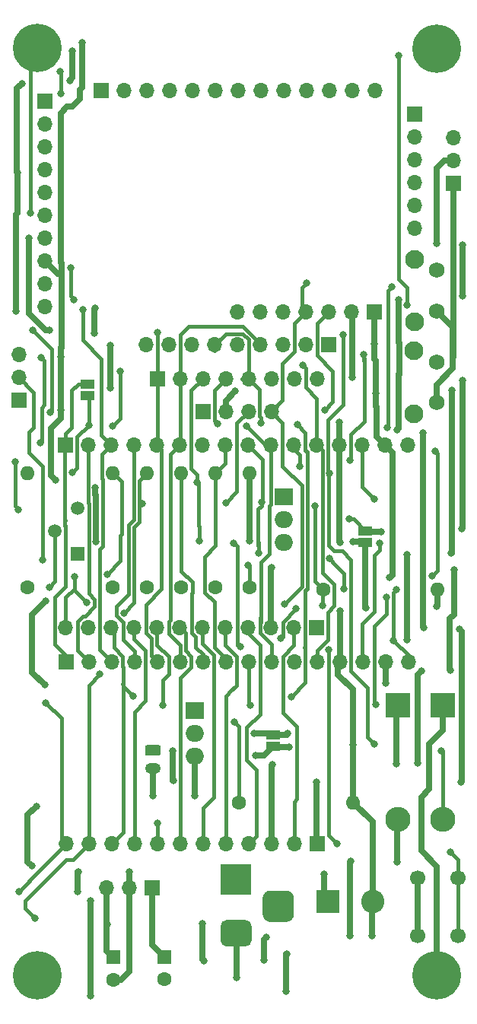
<source format=gbr>
%TF.GenerationSoftware,KiCad,Pcbnew,5.1.6-c6e7f7d~87~ubuntu18.04.1*%
%TF.CreationDate,2021-12-28T13:40:06-05:00*%
%TF.ProjectId,remote,72656d6f-7465-42e6-9b69-6361645f7063,rev?*%
%TF.SameCoordinates,Original*%
%TF.FileFunction,Copper,L2,Bot*%
%TF.FilePolarity,Positive*%
%FSLAX46Y46*%
G04 Gerber Fmt 4.6, Leading zero omitted, Abs format (unit mm)*
G04 Created by KiCad (PCBNEW 5.1.6-c6e7f7d~87~ubuntu18.04.1) date 2021-12-28 13:40:06*
%MOMM*%
%LPD*%
G01*
G04 APERTURE LIST*
%TA.AperFunction,ComponentPad*%
%ADD10R,1.700000X1.700000*%
%TD*%
%TA.AperFunction,ComponentPad*%
%ADD11O,1.700000X1.700000*%
%TD*%
%TA.AperFunction,ComponentPad*%
%ADD12R,1.500000X1.500000*%
%TD*%
%TA.AperFunction,ComponentPad*%
%ADD13C,1.500000*%
%TD*%
%TA.AperFunction,ComponentPad*%
%ADD14C,1.600000*%
%TD*%
%TA.AperFunction,ComponentPad*%
%ADD15O,1.600000X1.600000*%
%TD*%
%TA.AperFunction,ComponentPad*%
%ADD16R,2.800000X2.800000*%
%TD*%
%TA.AperFunction,ComponentPad*%
%ADD17O,2.800000X2.800000*%
%TD*%
%TA.AperFunction,ComponentPad*%
%ADD18O,2.000000X1.905000*%
%TD*%
%TA.AperFunction,ComponentPad*%
%ADD19R,2.000000X1.905000*%
%TD*%
%TA.AperFunction,SMDPad,CuDef*%
%ADD20R,1.500000X1.000000*%
%TD*%
%TA.AperFunction,ComponentPad*%
%ADD21C,1.700000*%
%TD*%
%TA.AperFunction,ComponentPad*%
%ADD22C,5.400000*%
%TD*%
%TA.AperFunction,ComponentPad*%
%ADD23C,2.100000*%
%TD*%
%TA.AperFunction,ComponentPad*%
%ADD24C,1.750000*%
%TD*%
%TA.AperFunction,ComponentPad*%
%ADD25O,1.750000X1.200000*%
%TD*%
%TA.AperFunction,ComponentPad*%
%ADD26R,1.600000X1.600000*%
%TD*%
%TA.AperFunction,ComponentPad*%
%ADD27R,3.500000X3.500000*%
%TD*%
%TA.AperFunction,ComponentPad*%
%ADD28R,2.600000X2.600000*%
%TD*%
%TA.AperFunction,ComponentPad*%
%ADD29C,2.600000*%
%TD*%
%TA.AperFunction,ViaPad*%
%ADD30C,0.800000*%
%TD*%
%TA.AperFunction,Conductor*%
%ADD31C,0.700000*%
%TD*%
%TA.AperFunction,Conductor*%
%ADD32C,0.400000*%
%TD*%
G04 APERTURE END LIST*
D10*
%TO.P,J14,1*%
%TO.N,MOSI*%
X17130000Y-39020000D03*
D11*
%TO.P,J14,2*%
%TO.N,SCK*%
X19670000Y-39020000D03*
%TO.P,J14,3*%
%TO.N,A1*%
X22210000Y-39020000D03*
%TO.P,J14,4*%
%TO.N,A2*%
X24750000Y-39020000D03*
%TO.P,J14,5*%
%TO.N,D5*%
X27290000Y-39020000D03*
%TO.P,J14,6*%
%TO.N,N/C*%
X29830000Y-39020000D03*
%TO.P,J14,7*%
%TO.N,+3V3*%
X32370000Y-39020000D03*
%TO.P,J14,8*%
%TO.N,POWER_2*%
X34910000Y-39020000D03*
%TD*%
%TO.P,J3,16*%
%TO.N,~RESET*%
X45063000Y-70523000D03*
%TO.P,J3,15*%
%TO.N,+3V3*%
X42523000Y-70523000D03*
%TO.P,J3,14*%
%TO.N,AREF*%
X39983000Y-70523000D03*
%TO.P,J3,13*%
%TO.N,GND*%
X37443000Y-70523000D03*
%TO.P,J3,12*%
%TO.N,A0*%
X34903000Y-70523000D03*
%TO.P,J3,11*%
%TO.N,A1*%
X32363000Y-70523000D03*
%TO.P,J3,10*%
%TO.N,A2*%
X29823000Y-70523000D03*
%TO.P,J3,9*%
%TO.N,A3*%
X27283000Y-70523000D03*
%TO.P,J3,8*%
%TO.N,A4*%
X24743000Y-70523000D03*
%TO.P,J3,7*%
%TO.N,A5*%
X22203000Y-70523000D03*
%TO.P,J3,6*%
%TO.N,SCK*%
X19663000Y-70523000D03*
%TO.P,J3,5*%
%TO.N,MOSI*%
X17123000Y-70523000D03*
%TO.P,J3,4*%
%TO.N,MISO*%
X14583000Y-70523000D03*
%TO.P,J3,3*%
%TO.N,RX_D0*%
X12043000Y-70523000D03*
%TO.P,J3,2*%
%TO.N,TX_D1*%
X9503000Y-70523000D03*
D10*
%TO.P,J3,1*%
%TO.N,DW*%
X6963000Y-70523000D03*
%TD*%
D12*
%TO.P,Q3,1*%
%TO.N,GND*%
X8280000Y-58520000D03*
D13*
%TO.P,Q3,3*%
%TO.N,Net-(D2-Pad2)*%
X8280000Y-53440000D03*
%TO.P,Q3,2*%
%TO.N,Net-(Q3-Pad2)*%
X5740000Y-55980000D03*
%TD*%
D14*
%TO.P,R8,1*%
%TO.N,Net-(Q3-Pad2)*%
X2650000Y-62240000D03*
D15*
%TO.P,R8,2*%
%TO.N,A0*%
X2650000Y-49540000D03*
%TD*%
D16*
%TO.P,D2,1*%
%TO.N,+3V3*%
X48940000Y-75350000D03*
D17*
%TO.P,D2,2*%
%TO.N,Net-(D2-Pad2)*%
X48940000Y-88050000D03*
%TD*%
D18*
%TO.P,Q2,3*%
%TO.N,GND*%
X31250000Y-57210000D03*
%TO.P,Q2,2*%
%TO.N,POWER_2*%
X31250000Y-54670000D03*
D19*
%TO.P,Q2,1*%
%TO.N,D6*%
X31250000Y-52130000D03*
%TD*%
D18*
%TO.P,Q1,3*%
%TO.N,GND*%
X21300000Y-81030000D03*
%TO.P,Q1,2*%
%TO.N,POWER_1*%
X21300000Y-78490000D03*
D19*
%TO.P,Q1,1*%
%TO.N,D9*%
X21300000Y-75950000D03*
%TD*%
D20*
%TO.P,JP1,1*%
%TO.N,GND*%
X30060000Y-79940000D03*
%TO.P,JP1,2*%
%TO.N,POWER_1*%
X30060000Y-78640000D03*
%TD*%
%TO.P,JP3,1*%
%TO.N,A0*%
X9350000Y-40900000D03*
%TO.P,JP3,2*%
%TO.N,DW*%
X9350000Y-39600000D03*
%TD*%
%TO.P,JP2,1*%
%TO.N,GND*%
X40310000Y-57250000D03*
%TO.P,JP2,2*%
%TO.N,POWER_2*%
X40310000Y-55950000D03*
%TD*%
D11*
%TO.P,J18,6*%
%TO.N,N/C*%
X45760000Y-22310000D03*
%TO.P,J18,5*%
X45760000Y-19770000D03*
%TO.P,J18,4*%
X45760000Y-17230000D03*
%TO.P,J18,3*%
X45760000Y-14690000D03*
%TO.P,J18,2*%
X45760000Y-12150000D03*
D10*
%TO.P,J18,1*%
X45760000Y-9610000D03*
%TD*%
D15*
%TO.P,R7,2*%
%TO.N,GND*%
X48330000Y-62510000D03*
D14*
%TO.P,R7,1*%
%TO.N,D6*%
X35630000Y-62510000D03*
%TD*%
%TO.P,R6,1*%
%TO.N,D9*%
X26260000Y-86200000D03*
D15*
%TO.P,R6,2*%
%TO.N,GND*%
X38960000Y-86200000D03*
%TD*%
D10*
%TO.P,J15,1*%
%TO.N,+3V3*%
X36210000Y-35280000D03*
D11*
%TO.P,J15,2*%
%TO.N,N/C*%
X33670000Y-35280000D03*
%TO.P,J15,3*%
%TO.N,GND*%
X31130000Y-35280000D03*
%TO.P,J15,4*%
%TO.N,SCK*%
X28590000Y-35280000D03*
%TO.P,J15,5*%
%TO.N,MOSI*%
X26050000Y-35280000D03*
%TO.P,J15,6*%
%TO.N,D5*%
X23510000Y-35280000D03*
%TO.P,J15,7*%
%TO.N,N/C*%
X20970000Y-35280000D03*
%TO.P,J15,8*%
X18430000Y-35280000D03*
%TO.P,J15,9*%
X15890000Y-35280000D03*
%TD*%
D10*
%TO.P,J11,1*%
%TO.N,N/C*%
X4640000Y-8170000D03*
D11*
%TO.P,J11,2*%
X4640000Y-10710000D03*
%TO.P,J11,3*%
X4640000Y-13250000D03*
%TO.P,J11,4*%
%TO.N,+3V3*%
X4640000Y-15790000D03*
%TO.P,J11,5*%
%TO.N,SDA*%
X4640000Y-18330000D03*
%TO.P,J11,6*%
%TO.N,SCL*%
X4640000Y-20870000D03*
%TO.P,J11,7*%
%TO.N,POWER_1*%
X4640000Y-23410000D03*
%TO.P,J11,8*%
%TO.N,GND*%
X4640000Y-25950000D03*
%TO.P,J11,9*%
%TO.N,RX_D0*%
X4640000Y-28490000D03*
%TO.P,J11,10*%
%TO.N,TX_D1*%
X4640000Y-31030000D03*
%TD*%
%TO.P,J6,13*%
%TO.N,N/C*%
X41340000Y-6960000D03*
%TO.P,J6,12*%
X38800000Y-6960000D03*
%TO.P,J6,11*%
X36260000Y-6960000D03*
%TO.P,J6,10*%
X33720000Y-6960000D03*
%TO.P,J6,9*%
X31180000Y-6960000D03*
%TO.P,J6,8*%
X28640000Y-6960000D03*
%TO.P,J6,7*%
X26100000Y-6960000D03*
%TO.P,J6,6*%
X23560000Y-6960000D03*
%TO.P,J6,5*%
X21020000Y-6960000D03*
%TO.P,J6,4*%
X18480000Y-6960000D03*
%TO.P,J6,3*%
X15940000Y-6960000D03*
%TO.P,J6,2*%
X13400000Y-6960000D03*
D10*
%TO.P,J6,1*%
X10860000Y-6960000D03*
%TD*%
D11*
%TO.P,J2,12*%
%TO.N,SDA*%
X6973000Y-90807000D03*
%TO.P,J2,11*%
%TO.N,SCL*%
X9513000Y-90807000D03*
%TO.P,J2,10*%
%TO.N,D5*%
X12053000Y-90807000D03*
%TO.P,J2,9*%
%TO.N,D6*%
X14593000Y-90807000D03*
%TO.P,J2,8*%
%TO.N,D9*%
X17133000Y-90807000D03*
%TO.P,J2,7*%
%TO.N,D10*%
X19673000Y-90807000D03*
%TO.P,J2,6*%
%TO.N,D11*%
X22213000Y-90807000D03*
%TO.P,J2,5*%
%TO.N,D12*%
X24753000Y-90807000D03*
%TO.P,J2,4*%
%TO.N,D13*%
X27293000Y-90807000D03*
%TO.P,J2,3*%
%TO.N,VBUS*%
X29833000Y-90807000D03*
%TO.P,J2,2*%
%TO.N,EN*%
X32373000Y-90807000D03*
D10*
%TO.P,J2,1*%
%TO.N,VBAT*%
X34913000Y-90807000D03*
%TD*%
D21*
%TO.P,SW4,1*%
%TO.N,~RESET*%
X50640000Y-94560000D03*
%TO.P,SW4,2*%
X50640000Y-101060000D03*
%TO.P,SW4,3*%
%TO.N,GND*%
X46140000Y-94560000D03*
%TO.P,SW4,4*%
X46140000Y-101060000D03*
%TD*%
D22*
%TO.P,H6,1*%
%TO.N,SCL*%
X3750000Y-2250000D03*
%TD*%
D15*
%TO.P,R5,2*%
%TO.N,GND*%
X27437000Y-49539000D03*
D14*
%TO.P,R5,1*%
%TO.N,Net-(J19-Pad2)*%
X27437000Y-62239000D03*
%TD*%
D10*
%TO.P,J19,1*%
%TO.N,N/C*%
X1750000Y-41450000D03*
D11*
%TO.P,J19,2*%
%TO.N,Net-(J19-Pad2)*%
X1750000Y-38910000D03*
%TO.P,J19,3*%
%TO.N,A3*%
X1750000Y-36370000D03*
%TD*%
D22*
%TO.P,H5,1*%
%TO.N,SDA*%
X48250000Y-2270000D03*
%TD*%
D11*
%TO.P,J9,12*%
%TO.N,SDA*%
X6943000Y-66695000D03*
%TO.P,J9,11*%
%TO.N,SCL*%
X9483000Y-66695000D03*
%TO.P,J9,10*%
%TO.N,D5*%
X12023000Y-66695000D03*
%TO.P,J9,9*%
%TO.N,D6*%
X14563000Y-66695000D03*
%TO.P,J9,8*%
%TO.N,D9*%
X17103000Y-66695000D03*
%TO.P,J9,7*%
%TO.N,D10*%
X19643000Y-66695000D03*
%TO.P,J9,6*%
%TO.N,D11*%
X22183000Y-66695000D03*
%TO.P,J9,5*%
%TO.N,D12*%
X24723000Y-66695000D03*
%TO.P,J9,4*%
%TO.N,D13*%
X27263000Y-66695000D03*
%TO.P,J9,3*%
%TO.N,VBUS*%
X29803000Y-66695000D03*
%TO.P,J9,2*%
%TO.N,EN*%
X32343000Y-66695000D03*
D10*
%TO.P,J9,1*%
%TO.N,VBAT*%
X34883000Y-66695000D03*
%TD*%
%TO.P,J16,1*%
%TO.N,GND*%
X22200000Y-42720000D03*
D11*
%TO.P,J16,2*%
%TO.N,+3V3*%
X24740000Y-42720000D03*
%TO.P,J16,3*%
%TO.N,SCL*%
X27280000Y-42720000D03*
%TO.P,J16,4*%
%TO.N,SDA*%
X29820000Y-42720000D03*
%TD*%
%TO.P,J17,7*%
%TO.N,N/C*%
X26033000Y-31611000D03*
%TO.P,J17,6*%
X28573000Y-31611000D03*
%TO.P,J17,5*%
X31113000Y-31611000D03*
%TO.P,J17,4*%
%TO.N,SDA*%
X33653000Y-31611000D03*
%TO.P,J17,3*%
%TO.N,SCL*%
X36193000Y-31611000D03*
%TO.P,J17,2*%
%TO.N,POWER_1*%
X38733000Y-31611000D03*
D10*
%TO.P,J17,1*%
%TO.N,+3V3*%
X41273000Y-31611000D03*
%TD*%
D22*
%TO.P,H2,1*%
%TO.N,+3V3*%
X48250000Y-105410000D03*
%TD*%
%TO.P,H1,1*%
%TO.N,GND*%
X3790000Y-105410000D03*
%TD*%
D10*
%TO.P,J5,1*%
%TO.N,GND*%
X50120000Y-17290000D03*
D11*
%TO.P,J5,2*%
%TO.N,VBAT*%
X50120000Y-14750000D03*
%TO.P,J5,3*%
%TO.N,N/C*%
X50120000Y-12210000D03*
%TD*%
D23*
%TO.P,SW2,*%
%TO.N,*%
X45720000Y-35900000D03*
D24*
%TO.P,SW2,1*%
%TO.N,A5*%
X48210000Y-37150000D03*
%TO.P,SW2,2*%
%TO.N,GND*%
X48210000Y-41650000D03*
D23*
%TO.P,SW2,*%
%TO.N,*%
X45720000Y-42910000D03*
%TD*%
%TO.P,SW1,*%
%TO.N,*%
X45760000Y-32740000D03*
D24*
%TO.P,SW1,2*%
%TO.N,GND*%
X48250000Y-31480000D03*
%TO.P,SW1,1*%
%TO.N,A4*%
X48250000Y-26980000D03*
D23*
%TO.P,SW1,*%
%TO.N,*%
X45760000Y-25730000D03*
%TD*%
%TO.P,J1,1*%
%TO.N,VBAT*%
%TA.AperFunction,ComponentPad*%
G36*
G01*
X16024999Y-79800000D02*
X17275001Y-79800000D01*
G75*
G02*
X17525000Y-80049999I0J-249999D01*
G01*
X17525000Y-80750001D01*
G75*
G02*
X17275001Y-81000000I-249999J0D01*
G01*
X16024999Y-81000000D01*
G75*
G02*
X15775000Y-80750001I0J249999D01*
G01*
X15775000Y-80049999D01*
G75*
G02*
X16024999Y-79800000I249999J0D01*
G01*
G37*
%TD.AperFunction*%
D25*
%TO.P,J1,2*%
%TO.N,GND*%
X16650000Y-82400000D03*
%TD*%
D11*
%TO.P,J10,16*%
%TO.N,~RESET*%
X45033000Y-46411000D03*
%TO.P,J10,15*%
%TO.N,+3V3*%
X42493000Y-46411000D03*
%TO.P,J10,14*%
%TO.N,AREF*%
X39953000Y-46411000D03*
%TO.P,J10,13*%
%TO.N,GND*%
X37413000Y-46411000D03*
%TO.P,J10,12*%
%TO.N,A0*%
X34873000Y-46411000D03*
%TO.P,J10,11*%
%TO.N,A1*%
X32333000Y-46411000D03*
%TO.P,J10,10*%
%TO.N,A2*%
X29793000Y-46411000D03*
%TO.P,J10,9*%
%TO.N,A3*%
X27253000Y-46411000D03*
%TO.P,J10,8*%
%TO.N,A4*%
X24713000Y-46411000D03*
%TO.P,J10,7*%
%TO.N,A5*%
X22173000Y-46411000D03*
%TO.P,J10,6*%
%TO.N,SCK*%
X19633000Y-46411000D03*
%TO.P,J10,5*%
%TO.N,MOSI*%
X17093000Y-46411000D03*
%TO.P,J10,4*%
%TO.N,MISO*%
X14553000Y-46411000D03*
%TO.P,J10,3*%
%TO.N,RX_D0*%
X12013000Y-46411000D03*
%TO.P,J10,2*%
%TO.N,TX_D1*%
X9473000Y-46411000D03*
D10*
%TO.P,J10,1*%
%TO.N,DW*%
X6933000Y-46411000D03*
%TD*%
D17*
%TO.P,D1,2*%
%TO.N,VOUT_DCDC*%
X43940000Y-88050000D03*
D16*
%TO.P,D1,1*%
%TO.N,VBUS*%
X43940000Y-75350000D03*
%TD*%
D26*
%TO.P,C2,1*%
%TO.N,VOUT_DCDC*%
X12210000Y-103420000D03*
D14*
%TO.P,C2,2*%
%TO.N,GND*%
X12210000Y-105920000D03*
%TD*%
%TO.P,C1,2*%
%TO.N,GND*%
X17960000Y-105880000D03*
D26*
%TO.P,C1,1*%
%TO.N,VIN_DCDC*%
X17960000Y-103380000D03*
%TD*%
D10*
%TO.P,J4,1*%
%TO.N,VIN_DCDC*%
X16597000Y-95659000D03*
D11*
%TO.P,J4,2*%
%TO.N,GND*%
X14057000Y-95659000D03*
%TO.P,J4,3*%
%TO.N,VOUT_DCDC*%
X11517000Y-95659000D03*
%TD*%
D15*
%TO.P,R4,2*%
%TO.N,A4*%
X23627000Y-49539000D03*
D14*
%TO.P,R4,1*%
%TO.N,+3V3*%
X23627000Y-62239000D03*
%TD*%
D27*
%TO.P,J7,1*%
%TO.N,VIN_DCDC*%
X25908000Y-94742000D03*
%TO.P,J7,2*%
%TO.N,GND*%
%TA.AperFunction,ComponentPad*%
G36*
G01*
X26908000Y-102242000D02*
X24908000Y-102242000D01*
G75*
G02*
X24158000Y-101492000I0J750000D01*
G01*
X24158000Y-99992000D01*
G75*
G02*
X24908000Y-99242000I750000J0D01*
G01*
X26908000Y-99242000D01*
G75*
G02*
X27658000Y-99992000I0J-750000D01*
G01*
X27658000Y-101492000D01*
G75*
G02*
X26908000Y-102242000I-750000J0D01*
G01*
G37*
%TD.AperFunction*%
%TO.P,J7,3*%
%TO.N,N/C*%
%TA.AperFunction,ComponentPad*%
G36*
G01*
X31483000Y-99492000D02*
X29733000Y-99492000D01*
G75*
G02*
X28858000Y-98617000I0J875000D01*
G01*
X28858000Y-96867000D01*
G75*
G02*
X29733000Y-95992000I875000J0D01*
G01*
X31483000Y-95992000D01*
G75*
G02*
X32358000Y-96867000I0J-875000D01*
G01*
X32358000Y-98617000D01*
G75*
G02*
X31483000Y-99492000I-875000J0D01*
G01*
G37*
%TD.AperFunction*%
%TD*%
D28*
%TO.P,J8,1*%
%TO.N,VIN_DCDC*%
X36090000Y-97250000D03*
D29*
%TO.P,J8,2*%
%TO.N,GND*%
X41090000Y-97250000D03*
%TD*%
D14*
%TO.P,R2,1*%
%TO.N,+3V3*%
X16007000Y-62239000D03*
D15*
%TO.P,R2,2*%
%TO.N,SCL*%
X16007000Y-49539000D03*
%TD*%
D14*
%TO.P,R1,1*%
%TO.N,+3V3*%
X12197000Y-62239000D03*
D15*
%TO.P,R1,2*%
%TO.N,SDA*%
X12197000Y-49539000D03*
%TD*%
D14*
%TO.P,R3,1*%
%TO.N,+3V3*%
X19817000Y-62239000D03*
D15*
%TO.P,R3,2*%
%TO.N,A5*%
X19817000Y-49539000D03*
%TD*%
D30*
%TO.N,+3V3*%
X9710000Y-97170000D03*
X9730000Y-107730000D03*
X31480000Y-107210000D03*
X31520000Y-103020000D03*
X42520000Y-72910000D03*
X11925000Y-35325000D03*
X7700000Y-2575000D03*
X7400000Y-5825000D03*
X2075000Y-6175000D03*
X1600000Y-16075000D03*
X1425000Y-31475000D03*
X4675000Y-63775000D03*
X4600000Y-73125000D03*
X43025000Y-61175000D03*
X41273000Y-35173000D03*
X11925000Y-40025000D03*
X25829999Y-40420001D03*
X41450000Y-40625000D03*
%TO.N,GND*%
X25950000Y-105680000D03*
X41050000Y-101030000D03*
X8310000Y-96100000D03*
X8330000Y-93930000D03*
X14030000Y-93910000D03*
X16680000Y-85470000D03*
X21280000Y-85470000D03*
X28090000Y-81000000D03*
X38900000Y-79750000D03*
X31850000Y-80050000D03*
X40325000Y-64525000D03*
X37450000Y-64875000D03*
X48275000Y-64375000D03*
X37485000Y-57210000D03*
X38925000Y-57200000D03*
X27400000Y-57100000D03*
X6425000Y-42500000D03*
X8750000Y-1584990D03*
X3700000Y-86600000D03*
X3175000Y-93275000D03*
X10300000Y-57125000D03*
X5825000Y-50300000D03*
X10225000Y-51125000D03*
X6425000Y-36600000D03*
X37400000Y-43875000D03*
%TO.N,SDA*%
X7475000Y-26675000D03*
X7850000Y-30225000D03*
X6325000Y-4850000D03*
X6425000Y-7300000D03*
X33775000Y-28375000D03*
X1750000Y-96075000D03*
X31275000Y-64100000D03*
X11550000Y-60775000D03*
X7900000Y-61075000D03*
X9300000Y-63950000D03*
X4750000Y-75075000D03*
%TO.N,SCL*%
X3000000Y-20600000D03*
X3525000Y-99075000D03*
X24750000Y-52850000D03*
X13450000Y-65100000D03*
X15475000Y-52950000D03*
X10750000Y-71900000D03*
X35800000Y-42500000D03*
%TO.N,VIN_DCDC*%
X35720000Y-94150000D03*
X36090000Y-97250000D03*
%TO.N,VOUT_DCDC*%
X29270000Y-101210000D03*
X43820000Y-92820000D03*
X38620000Y-100990000D03*
X11540000Y-99740000D03*
X22290000Y-103800000D03*
X29050000Y-103750000D03*
X38680000Y-92710000D03*
X22180000Y-99640000D03*
%TO.N,TX_D1*%
X3278248Y-33596752D03*
X5250000Y-42775000D03*
%TO.N,RX_D0*%
X8825000Y-31375000D03*
%TO.N,MOSI*%
X17150000Y-33900000D03*
%TO.N,A5*%
X38575000Y-48125000D03*
X40075000Y-36300000D03*
%TO.N,A4*%
X43250000Y-28825000D03*
X42750000Y-44425000D03*
%TO.N,A3*%
X28775000Y-52800000D03*
X1700000Y-53625000D03*
X1300001Y-48300001D03*
X4150000Y-46200000D03*
X4225000Y-36675000D03*
X27450000Y-75350000D03*
X41450000Y-75300000D03*
X42625000Y-63325000D03*
X37893001Y-62425000D03*
X36325000Y-59050000D03*
X28425000Y-58475000D03*
%TO.N,A2*%
X27075000Y-44300000D03*
X23837500Y-44062500D03*
%TO.N,A1*%
X33025010Y-48800000D03*
X21525000Y-50525000D03*
X25650000Y-57350000D03*
X21775000Y-57075000D03*
X26350000Y-68875000D03*
%TO.N,A0*%
X7650000Y-49500000D03*
X9500000Y-44225000D03*
X12175000Y-44300000D03*
X33350000Y-37550000D03*
X13000000Y-38175000D03*
%TO.N,AREF*%
X41325000Y-52450000D03*
X41925000Y-57325000D03*
%TO.N,~RESET*%
X49725000Y-91675000D03*
X37125000Y-90750000D03*
X36200000Y-69200000D03*
X43425000Y-68150000D03*
X43725000Y-62500000D03*
X47725000Y-60975000D03*
X48075000Y-47050000D03*
%TO.N,VBAT*%
X18890000Y-80420000D03*
X18930000Y-83750000D03*
X34850000Y-83890000D03*
X50775000Y-66900000D03*
X50950000Y-83925000D03*
X43800000Y-44725000D03*
X46675000Y-45100000D03*
X46820000Y-66695000D03*
X48250000Y-23950000D03*
X51070000Y-24150000D03*
X51070000Y-29800000D03*
X43975000Y-30225000D03*
%TO.N,VBUS*%
X29930000Y-81950000D03*
X43770000Y-81900000D03*
X29850000Y-60025000D03*
X50175000Y-60300000D03*
X49725000Y-71450000D03*
X46575000Y-71575000D03*
X46150000Y-81800000D03*
%TO.N,D9*%
X17750000Y-75375000D03*
X25750000Y-77200000D03*
X17200000Y-88475000D03*
%TO.N,D5*%
X14450000Y-74375000D03*
X32025000Y-74425000D03*
X32725000Y-44125000D03*
X28675000Y-43925000D03*
%TO.N,D6*%
X34700000Y-53175000D03*
X32575000Y-64650000D03*
X35500000Y-64275000D03*
X30900000Y-67950000D03*
%TO.N,POWER_1*%
X27900000Y-78475000D03*
X38825000Y-38875000D03*
X31675000Y-78525000D03*
X2825000Y-23425000D03*
X10150000Y-33950000D03*
X10250000Y-31175000D03*
X5175000Y-33650000D03*
X49900000Y-40325000D03*
X49825000Y-58475000D03*
X44900000Y-58575000D03*
X44950000Y-68075000D03*
%TO.N,POWER_2*%
X42025000Y-56075000D03*
X51075000Y-39250000D03*
X51000000Y-55700000D03*
X38525000Y-54650000D03*
%TO.N,Net-(J19-Pad2)*%
X27275000Y-59800000D03*
X4400000Y-59225000D03*
%TO.N,Net-(D2-Pad2)*%
X43975000Y-3100000D03*
X44950000Y-30875000D03*
X48750000Y-80450000D03*
X41325000Y-79725000D03*
X36300001Y-49575000D03*
X37850000Y-34100000D03*
%TO.N,Net-(Q3-Pad2)*%
X5125000Y-62225000D03*
%TD*%
D31*
%TO.N,*%
X20850000Y-35160000D02*
X20970000Y-35280000D01*
%TO.N,+3V3*%
X9710000Y-97170000D02*
X9710000Y-107750000D01*
X9710000Y-107750000D02*
X9730000Y-107730000D01*
X31480000Y-107210000D02*
X31480000Y-103060000D01*
X31480000Y-103060000D02*
X31520000Y-103020000D01*
X42523000Y-70523000D02*
X42523000Y-72907000D01*
X42523000Y-72907000D02*
X42520000Y-72910000D01*
X7700000Y-2575000D02*
X7700000Y-5525000D01*
X7700000Y-5525000D02*
X7400000Y-5825000D01*
X2075000Y-6175000D02*
X1525000Y-6725000D01*
X1525000Y-6725000D02*
X1525000Y-16000000D01*
X1525000Y-16000000D02*
X1600000Y-16075000D01*
X1600000Y-20606002D02*
X1425000Y-20781002D01*
X1600000Y-16075000D02*
X1600000Y-20606002D01*
X1425000Y-20781002D02*
X1425000Y-31475000D01*
X42493000Y-46018000D02*
X42493000Y-46411000D01*
X42493000Y-46411000D02*
X41550000Y-45468000D01*
X41550000Y-45468000D02*
X41550000Y-42175000D01*
X48940000Y-75350000D02*
X48940000Y-78160000D01*
X48940000Y-78160000D02*
X47425000Y-79675000D01*
X47425000Y-79675000D02*
X47425000Y-84700000D01*
X47425000Y-84700000D02*
X46525000Y-85600000D01*
X46525000Y-85600000D02*
X46525000Y-91575000D01*
X48250000Y-93300000D02*
X48250000Y-105410000D01*
X46525000Y-91575000D02*
X48250000Y-93300000D01*
X4675000Y-63775000D02*
X3175000Y-65275000D01*
X3175000Y-65275000D02*
X3175000Y-71700000D01*
X3175000Y-71700000D02*
X4600000Y-73125000D01*
X42493000Y-46182000D02*
X42493000Y-46411000D01*
X43342999Y-60857001D02*
X43025000Y-61175000D01*
X43342999Y-47260999D02*
X43342999Y-60857001D01*
X42493000Y-46411000D02*
X43342999Y-47260999D01*
X41273000Y-36823000D02*
X41450000Y-37000000D01*
X41273000Y-31611000D02*
X41273000Y-35173000D01*
X41273000Y-35173000D02*
X41273000Y-36823000D01*
X11925000Y-35325000D02*
X11925000Y-40025000D01*
X24740000Y-41510000D02*
X25829999Y-40420001D01*
X24740000Y-42720000D02*
X24740000Y-41510000D01*
X41450000Y-42075000D02*
X41450000Y-40625000D01*
X41450000Y-40625000D02*
X41450000Y-37000000D01*
%TO.N,GND*%
X25950000Y-100784000D02*
X25908000Y-100742000D01*
X25950000Y-105680000D02*
X25950000Y-100784000D01*
X41050000Y-97290000D02*
X41090000Y-97250000D01*
X41050000Y-101030000D02*
X41050000Y-97290000D01*
X46140000Y-101060000D02*
X46140000Y-94560000D01*
X14057000Y-95659000D02*
X14057000Y-104993000D01*
X13130000Y-105920000D02*
X12210000Y-105920000D01*
X14057000Y-104993000D02*
X13130000Y-105920000D01*
X8310000Y-96100000D02*
X8310000Y-93950000D01*
X8310000Y-93950000D02*
X8330000Y-93930000D01*
X14030000Y-95632000D02*
X14057000Y-95659000D01*
X14030000Y-93910000D02*
X14030000Y-95632000D01*
X16650000Y-82400000D02*
X16650000Y-85440000D01*
X16650000Y-85440000D02*
X16680000Y-85470000D01*
X21280000Y-81050000D02*
X21300000Y-81030000D01*
X21280000Y-85470000D02*
X21280000Y-81050000D01*
X29000000Y-81000000D02*
X30060000Y-79940000D01*
X28090000Y-81000000D02*
X29000000Y-81000000D01*
X41090000Y-88330000D02*
X38960000Y-86200000D01*
X41090000Y-97250000D02*
X41090000Y-88330000D01*
X38960000Y-86200000D02*
X38960000Y-79810000D01*
X38960000Y-79810000D02*
X38900000Y-79750000D01*
X30170000Y-80050000D02*
X30060000Y-79940000D01*
X31850000Y-80050000D02*
X30170000Y-80050000D01*
X38900000Y-79750000D02*
X38900000Y-73600000D01*
X38900000Y-73600000D02*
X37250000Y-71950000D01*
X37250000Y-70716000D02*
X37443000Y-70523000D01*
X37250000Y-71950000D02*
X37250000Y-70716000D01*
X40310000Y-64510000D02*
X40325000Y-64525000D01*
X37450000Y-70516000D02*
X37443000Y-70523000D01*
X37450000Y-64875000D02*
X37450000Y-70516000D01*
X40310000Y-57250000D02*
X40310000Y-64510000D01*
X48330000Y-62510000D02*
X48330000Y-64320000D01*
X48330000Y-64320000D02*
X48275000Y-64375000D01*
X40285000Y-57225000D02*
X40310000Y-57250000D01*
X37413000Y-57138000D02*
X37485000Y-57210000D01*
X37413000Y-46411000D02*
X37413000Y-57138000D01*
X40260000Y-57200000D02*
X40310000Y-57250000D01*
X38925000Y-57200000D02*
X40260000Y-57200000D01*
X27400000Y-49576000D02*
X27437000Y-49539000D01*
X27400000Y-57100000D02*
X27400000Y-49576000D01*
X37250000Y-46248000D02*
X37413000Y-46411000D01*
X48250000Y-31480000D02*
X50050000Y-33280000D01*
X6425000Y-42500000D02*
X6425000Y-38200000D01*
X6425000Y-35600000D02*
X6475000Y-35550000D01*
X6475000Y-35550000D02*
X6475000Y-32600000D01*
X50120000Y-36580000D02*
X50050000Y-36650000D01*
X50120000Y-17290000D02*
X50120000Y-36580000D01*
X50050000Y-33280000D02*
X50050000Y-36650000D01*
X6475000Y-26175000D02*
X6500000Y-26150000D01*
X50050000Y-36650000D02*
X50050000Y-37875000D01*
X48210000Y-39715000D02*
X48210000Y-41650000D01*
X50050000Y-37875000D02*
X48210000Y-39715000D01*
X8750000Y-1584990D02*
X8750000Y-6625000D01*
X8750000Y-6625000D02*
X8525000Y-6850000D01*
X8525000Y-6850000D02*
X8525000Y-7025000D01*
X6425000Y-26075000D02*
X6500000Y-26150000D01*
X4640000Y-25950000D02*
X6065000Y-27375000D01*
X6475000Y-32600000D02*
X6475000Y-27375000D01*
X6065000Y-27375000D02*
X6475000Y-27375000D01*
X6475000Y-27375000D02*
X6475000Y-26175000D01*
X8525000Y-6850000D02*
X8525000Y-7925000D01*
X8525000Y-7925000D02*
X7675000Y-8775000D01*
X7675000Y-8775000D02*
X7125000Y-8775000D01*
X7125000Y-8775000D02*
X6425000Y-9475000D01*
X6425000Y-26125000D02*
X6475000Y-26175000D01*
X6425000Y-9475000D02*
X6425000Y-26125000D01*
X3175000Y-93275000D02*
X2700000Y-92800000D01*
X2700000Y-87600000D02*
X3700000Y-86600000D01*
X2700000Y-92800000D02*
X2700000Y-87600000D01*
X6425000Y-42500000D02*
X6425000Y-43450000D01*
X6425000Y-43450000D02*
X5300000Y-44575000D01*
X10300000Y-57125000D02*
X10300000Y-52025000D01*
X5300000Y-44575000D02*
X5300000Y-49775000D01*
X5300000Y-49775000D02*
X5825000Y-50300000D01*
X10225000Y-51950000D02*
X10300000Y-52025000D01*
X10225000Y-51125000D02*
X10225000Y-51950000D01*
X6425000Y-38200000D02*
X6425000Y-36600000D01*
X6425000Y-36600000D02*
X6425000Y-35600000D01*
X37400000Y-46398000D02*
X37413000Y-46411000D01*
X37400000Y-43875000D02*
X37400000Y-46398000D01*
D32*
%TO.N,SDA*%
X7475000Y-26675000D02*
X7475000Y-29850000D01*
X7475000Y-29850000D02*
X7850000Y-30225000D01*
X6425000Y-4950000D02*
X6325000Y-4850000D01*
X6425000Y-7300000D02*
X6425000Y-4950000D01*
X33775000Y-28375000D02*
X33250000Y-28900000D01*
X33250000Y-31208000D02*
X33653000Y-31611000D01*
X33250000Y-28900000D02*
X33250000Y-31208000D01*
X4075000Y-93705000D02*
X4075000Y-93750000D01*
X4075000Y-93750000D02*
X1750000Y-96075000D01*
X31082999Y-43982999D02*
X31082999Y-48757999D01*
X29820000Y-42720000D02*
X31082999Y-43982999D01*
X31082999Y-48757999D02*
X33225000Y-50900000D01*
X33225000Y-50900000D02*
X33225000Y-62150000D01*
X33225000Y-62150000D02*
X31275000Y-64100000D01*
X31080001Y-41459999D02*
X29820000Y-42720000D01*
X31075000Y-37340998D02*
X31075000Y-38414998D01*
X31075000Y-38414998D02*
X31080001Y-38419999D01*
X31080001Y-38419999D02*
X31080001Y-41459999D01*
X12197000Y-49539000D02*
X13175000Y-50517000D01*
X13175000Y-56325000D02*
X13050000Y-56450000D01*
X13175000Y-50517000D02*
X13175000Y-56325000D01*
X7900000Y-61075000D02*
X7900000Y-62425000D01*
X6943000Y-63382000D02*
X6943000Y-66695000D01*
X7900000Y-62425000D02*
X6943000Y-63382000D01*
X11550000Y-60775000D02*
X13050000Y-59275000D01*
X13050000Y-56450000D02*
X13050000Y-59275000D01*
X7900000Y-62550000D02*
X7900000Y-62425000D01*
X9300000Y-63950000D02*
X7900000Y-62550000D01*
X4750000Y-75075000D02*
X6475000Y-76800000D01*
X6475000Y-91305000D02*
X6177500Y-91602500D01*
X6475000Y-76800000D02*
X6475000Y-91305000D01*
X6973000Y-90807000D02*
X6177500Y-91602500D01*
X6177500Y-91602500D02*
X4075000Y-93705000D01*
X32419999Y-35995999D02*
X31075000Y-37340998D01*
X32419999Y-32844001D02*
X32419999Y-35995999D01*
X33653000Y-31611000D02*
X32419999Y-32844001D01*
%TO.N,SCL*%
X3000000Y-3000000D02*
X3750000Y-2250000D01*
X3000000Y-20600000D02*
X3000000Y-3000000D01*
X3525000Y-99075000D02*
X2400000Y-97950000D01*
X2400000Y-97950000D02*
X2400000Y-97150000D01*
X2400000Y-97150000D02*
X7000000Y-92550000D01*
X7770000Y-92550000D02*
X9513000Y-90807000D01*
X7000000Y-92550000D02*
X7770000Y-92550000D01*
X26002999Y-51597001D02*
X24750000Y-52850000D01*
X27280000Y-42720000D02*
X26002999Y-43997001D01*
X26002999Y-43997001D02*
X26002999Y-51597001D01*
X15475000Y-52950000D02*
X15153010Y-52628010D01*
X15153010Y-50392990D02*
X16007000Y-49539000D01*
X15153010Y-52628010D02*
X15153010Y-50392990D01*
X15153009Y-52628011D02*
X15153010Y-52628010D01*
X15153009Y-54945533D02*
X15153009Y-52628011D01*
X14575000Y-55523542D02*
X15153009Y-54945533D01*
X13450000Y-65100000D02*
X14575000Y-63975000D01*
X14575000Y-63975000D02*
X14575000Y-55523542D01*
X9513000Y-73137000D02*
X9513000Y-90807000D01*
X10750000Y-71900000D02*
X9513000Y-73137000D01*
X35800000Y-42500000D02*
X36675000Y-41625000D01*
X34959999Y-32844001D02*
X36193000Y-31611000D01*
X34959999Y-36450001D02*
X34959999Y-32844001D01*
X36675000Y-38165002D02*
X34959999Y-36450001D01*
X36675000Y-41625000D02*
X36675000Y-38165002D01*
D31*
%TO.N,VIN_DCDC*%
X35720000Y-94150000D02*
X35720000Y-96880000D01*
X35720000Y-96880000D02*
X36090000Y-97250000D01*
X16597000Y-102017000D02*
X17960000Y-103380000D01*
X16597000Y-95659000D02*
X16597000Y-102017000D01*
%TO.N,VOUT_DCDC*%
X11517000Y-102727000D02*
X12210000Y-103420000D01*
X11517000Y-99237000D02*
X11517000Y-102727000D01*
X11517000Y-95659000D02*
X11517000Y-99237000D01*
X43820000Y-88170000D02*
X43940000Y-88050000D01*
X11517000Y-99717000D02*
X11540000Y-99740000D01*
X11517000Y-99237000D02*
X11517000Y-99717000D01*
X43820000Y-92820000D02*
X43820000Y-88170000D01*
X22180000Y-99640000D02*
X22180000Y-103690000D01*
X22180000Y-103690000D02*
X22290000Y-103800000D01*
X38620000Y-92770000D02*
X38680000Y-92710000D01*
X38620000Y-100990000D02*
X38620000Y-92770000D01*
X29050000Y-103750000D02*
X29050000Y-101430000D01*
X29050000Y-101430000D02*
X29270000Y-101210000D01*
D32*
%TO.N,TX_D1*%
X3278248Y-33596752D02*
X5400000Y-35718504D01*
X5400000Y-35718504D02*
X5400000Y-42625000D01*
X5400000Y-42625000D02*
X5250000Y-42775000D01*
X8232999Y-66094999D02*
X8232999Y-69252999D01*
X8882999Y-65444999D02*
X8232999Y-66094999D01*
X9080001Y-65444999D02*
X8882999Y-65444999D01*
X8232999Y-69252999D02*
X9503000Y-70523000D01*
X10132991Y-64392009D02*
X9080001Y-65444999D01*
X9500000Y-62965998D02*
X10132991Y-63598989D01*
X9500000Y-52957998D02*
X9500000Y-62965998D01*
X10132991Y-63598989D02*
X10132991Y-64392009D01*
X9424999Y-52882997D02*
X9500000Y-52957998D01*
X9424999Y-50740999D02*
X9424999Y-52882997D01*
X9473000Y-50692998D02*
X9424999Y-50740999D01*
X9473000Y-46411000D02*
X9473000Y-50692998D01*
%TO.N,RX_D0*%
X10996999Y-47427001D02*
X12013000Y-46411000D01*
X10996999Y-50115001D02*
X10996999Y-47427001D01*
X11100001Y-50218003D02*
X10996999Y-50115001D01*
X11100001Y-57666001D02*
X11100001Y-50218003D01*
X10733001Y-58033001D02*
X11100001Y-57666001D01*
X10733001Y-69213001D02*
X10733001Y-58033001D01*
X12043000Y-70523000D02*
X10733001Y-69213001D01*
X8825000Y-34750000D02*
X8825000Y-34375000D01*
X10900000Y-45298000D02*
X10900000Y-36825000D01*
X10900000Y-36825000D02*
X8825000Y-34750000D01*
X12013000Y-46411000D02*
X10900000Y-45298000D01*
X8825000Y-31375000D02*
X8825000Y-34375000D01*
%TO.N,MISO*%
X14553000Y-46411000D02*
X14553000Y-54697000D01*
X13925000Y-55325000D02*
X13925000Y-63000000D01*
X14553000Y-54697000D02*
X13925000Y-55325000D01*
X13925000Y-63000000D02*
X12575000Y-64350000D01*
X13312999Y-68050918D02*
X14583000Y-69320919D01*
X13312999Y-66134997D02*
X13312999Y-68050918D01*
X12575000Y-65396998D02*
X13312999Y-66134997D01*
X14583000Y-69320919D02*
X14583000Y-70523000D01*
X12575000Y-64350000D02*
X12575000Y-65396998D01*
%TO.N,MOSI*%
X17179999Y-38970001D02*
X17130000Y-39020000D01*
X17130000Y-46374000D02*
X17093000Y-46411000D01*
X17130000Y-39020000D02*
X17130000Y-46374000D01*
X17575000Y-46893000D02*
X17093000Y-46411000D01*
X16502991Y-69902991D02*
X16502991Y-67944993D01*
X15852999Y-67295001D02*
X15852999Y-64169003D01*
X17123000Y-70523000D02*
X16502991Y-69902991D01*
X15852999Y-64169003D02*
X17575000Y-62447002D01*
X16502991Y-67944993D02*
X15852999Y-67295001D01*
X17575000Y-62447002D02*
X17575000Y-46893000D01*
X17150000Y-39000000D02*
X17130000Y-39020000D01*
X17150000Y-33900000D02*
X17150000Y-39000000D01*
%TO.N,SCK*%
X19770000Y-39020000D02*
X19670000Y-39020000D01*
X19670000Y-46374000D02*
X19633000Y-46411000D01*
X19670000Y-39020000D02*
X19670000Y-46374000D01*
X18616999Y-65870999D02*
X18392999Y-66094999D01*
X18616999Y-47427001D02*
X18616999Y-65870999D01*
X19633000Y-46411000D02*
X18616999Y-47427001D01*
X18392999Y-66094999D02*
X18392999Y-67417999D01*
X19663000Y-68688000D02*
X19663000Y-70523000D01*
X18392999Y-67417999D02*
X19663000Y-68688000D01*
X19719999Y-35530001D02*
X19670000Y-35580000D01*
X19670000Y-35580000D02*
X19670000Y-39020000D01*
X19719999Y-34105001D02*
X19719999Y-35530001D01*
X28590000Y-35280000D02*
X28555000Y-35280000D01*
X28200000Y-34925000D02*
X28200000Y-34731456D01*
X28200000Y-34731456D02*
X26668544Y-33200000D01*
X26668544Y-33200000D02*
X20625000Y-33200000D01*
X28555000Y-35280000D02*
X28200000Y-34925000D01*
X20625000Y-33200000D02*
X19719999Y-34105001D01*
%TO.N,A5*%
X38663001Y-45261999D02*
X38663001Y-47436999D01*
X40150000Y-43775000D02*
X38663001Y-45261999D01*
X38663001Y-47436999D02*
X38663001Y-48036999D01*
X38663001Y-48036999D02*
X38575000Y-48125000D01*
X19817000Y-60462998D02*
X19817000Y-49539000D01*
X21017001Y-62815001D02*
X21017001Y-61662999D01*
X21017001Y-61662999D02*
X19817000Y-60462998D01*
X20932999Y-67295001D02*
X20932999Y-62899003D01*
X21425000Y-67787002D02*
X20932999Y-67295001D01*
X22203000Y-69678000D02*
X21425000Y-68900000D01*
X20932999Y-62899003D02*
X21017001Y-62815001D01*
X21425000Y-68900000D02*
X21425000Y-67787002D01*
X22203000Y-70523000D02*
X22203000Y-69678000D01*
X40075000Y-36975000D02*
X40150000Y-37050000D01*
X40150000Y-36725000D02*
X40150000Y-37050000D01*
X40075000Y-36300000D02*
X40075000Y-36975000D01*
X40150000Y-37050000D02*
X40150000Y-43775000D01*
%TO.N,A4*%
X42850000Y-43825000D02*
X42850000Y-29225000D01*
X42850000Y-29225000D02*
X43250000Y-28825000D01*
X42850000Y-43825000D02*
X42850000Y-44325000D01*
X42850000Y-44325000D02*
X42750000Y-44425000D01*
X24713000Y-48453000D02*
X23627000Y-49539000D01*
X24713000Y-46411000D02*
X24713000Y-48453000D01*
X23627000Y-49539000D02*
X23627000Y-57623000D01*
X23627000Y-57623000D02*
X22426999Y-58823001D01*
X22426999Y-62815001D02*
X23472999Y-63861001D01*
X23472999Y-63861001D02*
X23472999Y-68974457D01*
X24743000Y-70244458D02*
X24743000Y-70523000D01*
X23472999Y-68974457D02*
X24743000Y-70244458D01*
X22426999Y-58823001D02*
X22426999Y-62815001D01*
%TO.N,A3*%
X27253000Y-46411000D02*
X28825000Y-47983000D01*
X28825000Y-47983000D02*
X28825000Y-52750000D01*
X28825000Y-52750000D02*
X28775000Y-52800000D01*
X1700000Y-53625000D02*
X1300001Y-53225001D01*
X1300001Y-53225001D02*
X1300001Y-48300001D01*
X4150000Y-46200000D02*
X4150000Y-46150000D01*
X4150000Y-46150000D02*
X4275000Y-46025000D01*
X4275000Y-46025000D02*
X4275000Y-42225000D01*
X4275000Y-42225000D02*
X4550000Y-41950000D01*
X4550000Y-41950000D02*
X4550000Y-37000000D01*
X4550000Y-37000000D02*
X4225000Y-36675000D01*
X27283000Y-70523000D02*
X27283000Y-75183000D01*
X27283000Y-75183000D02*
X27450000Y-75350000D01*
X41272999Y-75122999D02*
X41272999Y-66577001D01*
X41450000Y-75300000D02*
X41272999Y-75122999D01*
X41272999Y-66577001D02*
X42625000Y-65225000D01*
X42625000Y-65225000D02*
X42625000Y-63325000D01*
X37893001Y-62425000D02*
X37893001Y-60693001D01*
X37893001Y-60693001D02*
X36650000Y-59450000D01*
X36650000Y-59450000D02*
X36650000Y-59375000D01*
X36650000Y-59375000D02*
X36325000Y-59050000D01*
X28775000Y-52800000D02*
X28775000Y-53150000D01*
X28775000Y-53150000D02*
X28375000Y-53550000D01*
X28425000Y-58475000D02*
X28425000Y-57275000D01*
X28375000Y-53550000D02*
X28375000Y-57225000D01*
X28425000Y-57275000D02*
X28375000Y-57225000D01*
X28375000Y-57225000D02*
X28375000Y-57550000D01*
%TO.N,A2*%
X24750000Y-39020000D02*
X23489999Y-40280001D01*
X29793000Y-46411000D02*
X29186000Y-46411000D01*
X29186000Y-46411000D02*
X27075000Y-44300000D01*
X23489999Y-40280001D02*
X23489999Y-43714999D01*
X23489999Y-43714999D02*
X23837500Y-44062500D01*
X28552999Y-65597001D02*
X28552999Y-67352999D01*
X28637001Y-65512999D02*
X28552999Y-65597001D01*
X28637001Y-65512999D02*
X28637001Y-66162999D01*
X29823000Y-68623000D02*
X29823000Y-70523000D01*
X28552999Y-67352999D02*
X29823000Y-68623000D01*
X29625000Y-53175000D02*
X29793000Y-53007000D01*
X29625000Y-58500000D02*
X29625000Y-53175000D01*
X29793000Y-53007000D02*
X29793000Y-46411000D01*
X28637001Y-59487999D02*
X29625000Y-58500000D01*
X28637001Y-65512999D02*
X28637001Y-59487999D01*
%TO.N,A1*%
X20922999Y-40307001D02*
X20922999Y-49072999D01*
X22210000Y-39020000D02*
X20922999Y-40307001D01*
X32333000Y-46411000D02*
X32333000Y-46783000D01*
X32333000Y-46783000D02*
X33025010Y-47475010D01*
X33025010Y-47475010D02*
X33025010Y-48800000D01*
X21525000Y-50525000D02*
X21525000Y-49675000D01*
X20922999Y-49072999D02*
X21187500Y-49337500D01*
X21525000Y-49675000D02*
X21187500Y-49337500D01*
X32363000Y-70523000D02*
X32363000Y-70762000D01*
X26012999Y-57712999D02*
X25650000Y-57350000D01*
X21700000Y-50700000D02*
X21525000Y-50525000D01*
X21700000Y-55375000D02*
X21700000Y-50700000D01*
X21775000Y-55450000D02*
X21700000Y-55375000D01*
X21775000Y-57075000D02*
X21775000Y-55450000D01*
X26137001Y-68662001D02*
X26350000Y-68875000D01*
X26012999Y-68662001D02*
X26137001Y-68662001D01*
X26012999Y-68662001D02*
X26012999Y-57712999D01*
%TO.N,A0*%
X8222999Y-48927001D02*
X7650000Y-49500000D01*
X9500000Y-44225000D02*
X8222999Y-45502001D01*
X8222999Y-45502001D02*
X8222999Y-48927001D01*
X9500000Y-41050000D02*
X9350000Y-40900000D01*
X9500000Y-44225000D02*
X9500000Y-41050000D01*
X13000000Y-43475000D02*
X12175000Y-44300000D01*
X13000000Y-38175000D02*
X13000000Y-43475000D01*
X33659999Y-38309999D02*
X33659999Y-40009999D01*
X34873000Y-41223000D02*
X34873000Y-46411000D01*
X33659999Y-40009999D02*
X34873000Y-41223000D01*
X34903000Y-69312998D02*
X34903000Y-70523000D01*
X36133001Y-65007997D02*
X36133001Y-68082997D01*
X36830001Y-64310997D02*
X36133001Y-65007997D01*
X36830001Y-61933999D02*
X36830001Y-64310997D01*
X35500001Y-60603999D02*
X36830001Y-61933999D01*
X36133001Y-68082997D02*
X34903000Y-69312998D01*
X35500001Y-47038001D02*
X35500001Y-60603999D01*
X34873000Y-46411000D02*
X35500001Y-47038001D01*
X33659999Y-38309999D02*
X33659999Y-37859999D01*
X33659999Y-37859999D02*
X33350000Y-37550000D01*
%TO.N,AREF*%
X39953000Y-46411000D02*
X39953000Y-51078000D01*
X39953000Y-51078000D02*
X41325000Y-52450000D01*
X41272999Y-58702001D02*
X41272999Y-64927001D01*
X39900000Y-70440000D02*
X39983000Y-70523000D01*
X39900000Y-66300000D02*
X39900000Y-70440000D01*
X41272999Y-64927001D02*
X39900000Y-66300000D01*
X41272999Y-58702001D02*
X41322999Y-58702001D01*
X41322999Y-58702001D02*
X41925000Y-58100000D01*
X41925000Y-58100000D02*
X41925000Y-57325000D01*
%TO.N,~RESET*%
X50640000Y-101060000D02*
X50640000Y-94560000D01*
X50640000Y-94560000D02*
X50640000Y-92590000D01*
X50640000Y-92590000D02*
X49725000Y-91675000D01*
X36192999Y-69207001D02*
X36200000Y-69200000D01*
X37125000Y-90750000D02*
X36192999Y-89817999D01*
X36192999Y-89817999D02*
X36192999Y-69207001D01*
X45063000Y-69788000D02*
X45063000Y-70523000D01*
X43425000Y-68150000D02*
X45063000Y-69788000D01*
X43425000Y-68150000D02*
X43425000Y-62800000D01*
X43425000Y-62800000D02*
X43725000Y-62500000D01*
X47725000Y-60975000D02*
X48350000Y-60350000D01*
X48350000Y-60350000D02*
X48350000Y-47325000D01*
X48350000Y-47325000D02*
X48075000Y-47050000D01*
D31*
%TO.N,VBAT*%
X18890000Y-80420000D02*
X18890000Y-83710000D01*
X18890000Y-83710000D02*
X18930000Y-83750000D01*
X34850000Y-90744000D02*
X34913000Y-90807000D01*
X34850000Y-83890000D02*
X34850000Y-90744000D01*
X50775000Y-66900000D02*
X51050000Y-67175000D01*
X51050000Y-67175000D02*
X51050000Y-83825000D01*
X51050000Y-83825000D02*
X50950000Y-83925000D01*
X50120000Y-14750000D02*
X49050000Y-14750000D01*
X49050000Y-14750000D02*
X48200000Y-15600000D01*
X48200000Y-15600000D02*
X48200000Y-23875000D01*
X46675000Y-66550000D02*
X46820000Y-66695000D01*
X46675000Y-45100000D02*
X46675000Y-66550000D01*
X48200000Y-23875000D02*
X48200000Y-23900000D01*
X48200000Y-23900000D02*
X48250000Y-23950000D01*
X51070000Y-24150000D02*
X51070000Y-29800000D01*
X44050000Y-38500000D02*
X43975000Y-38575000D01*
X43975000Y-38575000D02*
X43975000Y-44550000D01*
X44050000Y-35075000D02*
X44050000Y-38500000D01*
X43975000Y-30225000D02*
X43975000Y-35000000D01*
X43975000Y-44550000D02*
X43800000Y-44725000D01*
X43975000Y-35000000D02*
X44050000Y-35075000D01*
%TO.N,VBUS*%
X43770000Y-81900000D02*
X43770000Y-75520000D01*
X43770000Y-75520000D02*
X43940000Y-75350000D01*
X29833000Y-82047000D02*
X29930000Y-81950000D01*
X29833000Y-90807000D02*
X29833000Y-82047000D01*
X29803000Y-66695000D02*
X29803000Y-60072000D01*
X29803000Y-60072000D02*
X29850000Y-60025000D01*
X50175000Y-60300000D02*
X50175000Y-65275000D01*
X50175000Y-65275000D02*
X49700000Y-65750000D01*
X49700000Y-65750000D02*
X49700000Y-71425000D01*
X49700000Y-71425000D02*
X49725000Y-71450000D01*
X46575000Y-71575000D02*
X46125000Y-72025000D01*
X46125000Y-72025000D02*
X46125000Y-81775000D01*
X46125000Y-81775000D02*
X46150000Y-81800000D01*
D32*
%TO.N,D13*%
X27263000Y-66695000D02*
X27263000Y-67338000D01*
X28572999Y-71752001D02*
X28550000Y-71775000D01*
X28572999Y-68647999D02*
X28572999Y-71752001D01*
X27263000Y-67338000D02*
X28572999Y-68647999D01*
X28550000Y-71775000D02*
X28550000Y-71500000D01*
X28550000Y-76350000D02*
X28550000Y-71775000D01*
X27099999Y-77800001D02*
X28550000Y-76350000D01*
X27099999Y-81499999D02*
X27099999Y-77800001D01*
X28142999Y-82542999D02*
X27099999Y-81499999D01*
X27293000Y-90807000D02*
X28142999Y-89957001D01*
X28142999Y-89957001D02*
X28142999Y-82542999D01*
%TO.N,D12*%
X24753000Y-90807000D02*
X24753000Y-74372000D01*
X25993001Y-69922999D02*
X25993001Y-73131999D01*
X24723000Y-68652998D02*
X25993001Y-69922999D01*
X25993001Y-73131999D02*
X25412500Y-73712500D01*
X24723000Y-66695000D02*
X24723000Y-68652998D01*
X24753000Y-74372000D02*
X25412500Y-73712500D01*
X25412500Y-73712500D02*
X25550000Y-73575000D01*
%TO.N,D11*%
X22183000Y-66695000D02*
X22183000Y-68533000D01*
X23453001Y-69803001D02*
X23453001Y-85596999D01*
X22183000Y-68533000D02*
X23453001Y-69803001D01*
X22213000Y-86837000D02*
X22213000Y-90807000D01*
X23453001Y-85596999D02*
X22213000Y-86837000D01*
%TO.N,D10*%
X19730001Y-90749999D02*
X19673000Y-90807000D01*
X19643000Y-66695000D02*
X20263009Y-67315009D01*
X20263009Y-67315009D02*
X20263009Y-69273007D01*
X20913001Y-69922999D02*
X20913001Y-71123001D01*
X20913001Y-71123001D02*
X19730001Y-72306001D01*
X20263009Y-69273007D02*
X20913001Y-69922999D01*
X19730001Y-72306001D02*
X19730001Y-90749999D01*
%TO.N,D9*%
X17103000Y-66695000D02*
X17103000Y-68652998D01*
X17103000Y-68652998D02*
X18412999Y-69962997D01*
X18412999Y-69962997D02*
X18412999Y-71887001D01*
X18412999Y-71887001D02*
X17750000Y-72550000D01*
X17750000Y-72550000D02*
X17750000Y-75375000D01*
X26260000Y-77710000D02*
X26260000Y-86200000D01*
X25750000Y-77200000D02*
X26260000Y-77710000D01*
X17200000Y-90740000D02*
X17133000Y-90807000D01*
X17200000Y-88475000D02*
X17200000Y-90740000D01*
%TO.N,EN*%
X31112999Y-69922999D02*
X31112999Y-76237999D01*
X32343000Y-66695000D02*
X32343000Y-68692998D01*
X32343000Y-68692998D02*
X31112999Y-69922999D01*
X32650001Y-77775001D02*
X32650001Y-85824999D01*
X31112999Y-76237999D02*
X32650001Y-77775001D01*
X32373000Y-86102000D02*
X32373000Y-90807000D01*
X32650001Y-85824999D02*
X32373000Y-86102000D01*
%TO.N,D5*%
X33593001Y-68881999D02*
X33525000Y-68950000D01*
X33525000Y-68950000D02*
X33613001Y-69038001D01*
X33613001Y-69038001D02*
X33613001Y-72861999D01*
X13350000Y-73050000D02*
X13293001Y-72993001D01*
X13350000Y-73050000D02*
X13350000Y-73275000D01*
X13350000Y-73275000D02*
X14450000Y-74375000D01*
X33588001Y-72861999D02*
X33613001Y-72861999D01*
X32025000Y-74425000D02*
X33588001Y-72861999D01*
X13350000Y-89510000D02*
X12053000Y-90807000D01*
X13350000Y-73050000D02*
X13350000Y-89510000D01*
X33622999Y-47011001D02*
X33622999Y-45597999D01*
X33825010Y-47213012D02*
X33622999Y-47011001D01*
X33825010Y-62398532D02*
X33825010Y-47213012D01*
X33613001Y-69038001D02*
X33613001Y-62610541D01*
X33613001Y-62610541D02*
X33825010Y-62398532D01*
X33622999Y-45597999D02*
X33622999Y-45022999D01*
X33622999Y-45022999D02*
X32725000Y-44125000D01*
X28530001Y-40260001D02*
X27290000Y-39020000D01*
X28675000Y-43359315D02*
X28530001Y-43214316D01*
X28530001Y-43214316D02*
X28530001Y-40260001D01*
X28675000Y-43925000D02*
X28675000Y-43359315D01*
X13293001Y-69922999D02*
X12320002Y-68950000D01*
X13293001Y-71068001D02*
X13293001Y-69922999D01*
X13350000Y-73050000D02*
X13350000Y-71125000D01*
X13350000Y-71125000D02*
X13293001Y-71068001D01*
X12320002Y-66992002D02*
X12023000Y-66695000D01*
X12320002Y-68950000D02*
X12320002Y-66992002D01*
X23510000Y-35929998D02*
X23510000Y-35280000D01*
X27290000Y-39020000D02*
X26600002Y-39020000D01*
X24760001Y-34029999D02*
X23510000Y-35280000D01*
X27300001Y-35880001D02*
X27300001Y-34679999D01*
X27290000Y-35890002D02*
X27300001Y-35880001D01*
X26650001Y-34029999D02*
X24760001Y-34029999D01*
X27300001Y-34679999D02*
X26650001Y-34029999D01*
X27290000Y-39020000D02*
X27290000Y-35890002D01*
%TO.N,D6*%
X34700000Y-61580000D02*
X35630000Y-62510000D01*
X34700000Y-53175000D02*
X34700000Y-61580000D01*
X14563000Y-66695000D02*
X14563000Y-68013000D01*
X31092999Y-66132001D02*
X32575000Y-64650000D01*
X35500000Y-62640000D02*
X35630000Y-62510000D01*
X35500000Y-64275000D02*
X35500000Y-62640000D01*
X14593000Y-90807000D02*
X14593000Y-76132000D01*
X15833001Y-69283001D02*
X14975000Y-68425000D01*
X15833001Y-74891999D02*
X15833001Y-69283001D01*
X14593000Y-76132000D02*
X15833001Y-74891999D01*
X14563000Y-68013000D02*
X14975000Y-68425000D01*
X14975000Y-68425000D02*
X15250000Y-68700000D01*
X31092999Y-66132001D02*
X31092999Y-67757001D01*
X31092999Y-67757001D02*
X30900000Y-67950000D01*
%TO.N,DW*%
X6933000Y-45161000D02*
X7600000Y-44494000D01*
X6933000Y-46411000D02*
X6933000Y-45161000D01*
X7600000Y-44494000D02*
X7600000Y-40350000D01*
X8350000Y-39600000D02*
X9350000Y-39600000D01*
X7600000Y-40350000D02*
X8350000Y-39600000D01*
X6849999Y-46494001D02*
X6849999Y-54724999D01*
X6933000Y-46411000D02*
X6849999Y-46494001D01*
X6849999Y-54724999D02*
X6890001Y-54765001D01*
X6963000Y-69902002D02*
X6963000Y-70523000D01*
X5692999Y-68632001D02*
X6963000Y-69902002D01*
X6890001Y-55427999D02*
X6890001Y-62159999D01*
X6849999Y-54724999D02*
X6849999Y-55387997D01*
X6849999Y-55387997D02*
X6890001Y-55427999D01*
X5692999Y-63357001D02*
X5692999Y-66257001D01*
X6890001Y-62159999D02*
X5692999Y-63357001D01*
X5692999Y-65607001D02*
X5692999Y-66257001D01*
X5692999Y-66257001D02*
X5692999Y-68632001D01*
D31*
%TO.N,POWER_1*%
X29895000Y-78475000D02*
X30060000Y-78640000D01*
X27900000Y-78475000D02*
X29895000Y-78475000D01*
X38825000Y-31703000D02*
X38733000Y-31611000D01*
X38825000Y-38875000D02*
X38825000Y-34750000D01*
X38825000Y-34750000D02*
X38825000Y-31703000D01*
X30060000Y-78640000D02*
X31560000Y-78640000D01*
X31560000Y-78640000D02*
X31675000Y-78525000D01*
X10150000Y-33950000D02*
X10150000Y-31275000D01*
X10150000Y-31275000D02*
X10250000Y-31175000D01*
X2825000Y-23425000D02*
X2825000Y-31800000D01*
X2825000Y-31800000D02*
X4675000Y-33650000D01*
X4675000Y-33650000D02*
X5175000Y-33650000D01*
X49900000Y-40325000D02*
X49900000Y-58400000D01*
X49900000Y-58400000D02*
X49825000Y-58475000D01*
X44900000Y-58575000D02*
X44900000Y-68025000D01*
X44900000Y-68025000D02*
X44950000Y-68075000D01*
%TO.N,POWER_2*%
X40435000Y-56075000D02*
X40310000Y-55950000D01*
X42025000Y-56075000D02*
X40435000Y-56075000D01*
X51075000Y-39250000D02*
X51075000Y-55625000D01*
X51075000Y-55625000D02*
X51000000Y-55700000D01*
D32*
X39010000Y-54650000D02*
X40310000Y-55950000D01*
X38525000Y-54650000D02*
X39010000Y-54650000D01*
%TO.N,Net-(J19-Pad2)*%
X27437000Y-62239000D02*
X27437000Y-59962000D01*
X27437000Y-59962000D02*
X27275000Y-59800000D01*
X3375000Y-40535000D02*
X1750000Y-38910000D01*
X3375000Y-44425000D02*
X3375000Y-40535000D01*
X2825000Y-44975000D02*
X3375000Y-44425000D01*
X2825000Y-47250000D02*
X2825000Y-44975000D01*
X4400000Y-59225000D02*
X4400000Y-48825000D01*
X4400000Y-48825000D02*
X2825000Y-47250000D01*
%TO.N,Net-(D2-Pad2)*%
X43975000Y-3100000D02*
X43975000Y-22175000D01*
X43975000Y-22175000D02*
X43975000Y-27950000D01*
X43975000Y-27950000D02*
X44950000Y-28925000D01*
X44950000Y-28925000D02*
X44950000Y-30875000D01*
X48940000Y-80640000D02*
X48750000Y-80450000D01*
X48940000Y-88050000D02*
X48940000Y-80640000D01*
X36123001Y-47448001D02*
X36123001Y-49498001D01*
X36123001Y-47448001D02*
X36123001Y-49676999D01*
X36123001Y-49498001D02*
X36200000Y-49575000D01*
X36200000Y-49575000D02*
X36200000Y-57600000D01*
X40550000Y-78950000D02*
X41325000Y-79725000D01*
X40550000Y-73450000D02*
X40550000Y-78950000D01*
X37725000Y-58200000D02*
X38693001Y-59168001D01*
X36800000Y-58200000D02*
X37725000Y-58200000D01*
X38693001Y-59168001D02*
X38693001Y-71593001D01*
X36200000Y-57600000D02*
X36800000Y-58200000D01*
X38693001Y-71593001D02*
X40550000Y-73450000D01*
X36162999Y-47408003D02*
X36123001Y-47448001D01*
X36162999Y-43612001D02*
X36162999Y-47408003D01*
X37850000Y-41925000D02*
X36162999Y-43612001D01*
X37850000Y-34100000D02*
X37850000Y-41925000D01*
%TO.N,Net-(Q3-Pad2)*%
X5740000Y-55980000D02*
X5740000Y-61610000D01*
X5740000Y-61610000D02*
X5125000Y-62225000D01*
%TD*%
M02*

</source>
